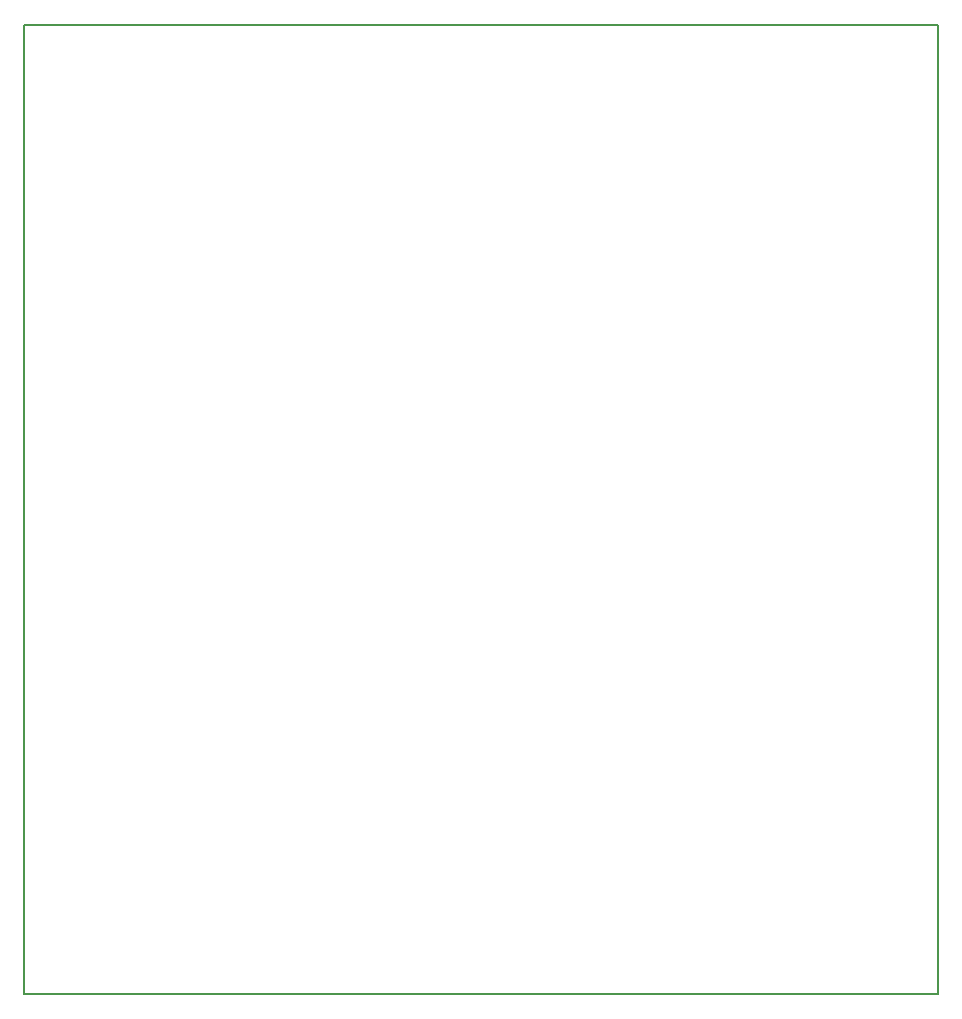
<source format=gm1>
G04 MADE WITH FRITZING*
G04 WWW.FRITZING.ORG*
G04 DOUBLE SIDED*
G04 HOLES PLATED*
G04 CONTOUR ON CENTER OF CONTOUR VECTOR*
%ASAXBY*%
%FSLAX23Y23*%
%MOIN*%
%OFA0B0*%
%SFA1.0B1.0*%
%ADD10R,3.053540X3.235340*%
%ADD11C,0.008000*%
%ADD10C,0.008*%
%LNCONTOUR*%
G90*
G70*
G54D10*
G54D11*
X4Y3231D02*
X3050Y3231D01*
X3050Y4D01*
X4Y4D01*
X4Y3231D01*
D02*
G04 End of contour*
M02*
</source>
